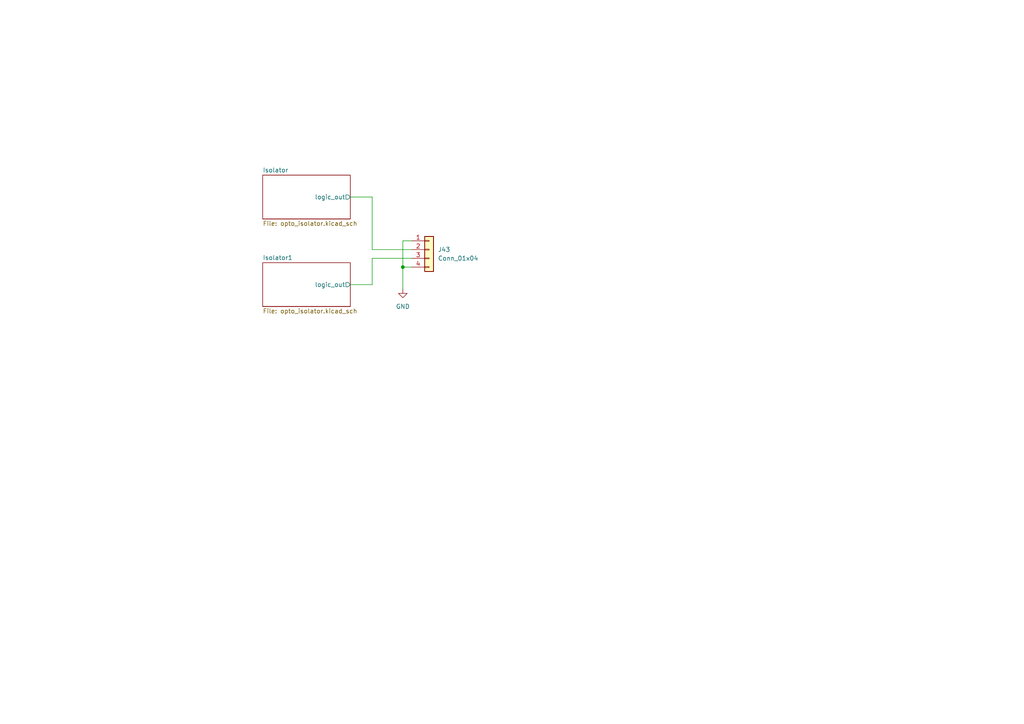
<source format=kicad_sch>
(kicad_sch (version 20211123) (generator eeschema)
  (paper "A4")
  (lib_symbols
    (symbol "Connector_Generic:Conn_01x04" (pin_names (offset 1.016) hide)
      (property "Reference" "J" (at 0 5.08 0))
      (property "Value" "Conn_01x04" (at 0 -7.62 0))
      (symbol "Conn_01x04_1_1"
        (rectangle (start -1.27 -4.953) (end 0 -5.207) (stroke (width 0.1524)))
        (rectangle (start -1.27 -2.413) (end 0 -2.667) (stroke (width 0.1524)))
        (rectangle (start -1.27 0.127) (end 0 -0.127) (stroke (width 0.1524)))
        (rectangle (start -1.27 2.667) (end 0 2.413) (stroke (width 0.1524)))
        (rectangle (start -1.27 3.81) (end 1.27 -6.35) (stroke (width 0.254)) (fill (type background)))
        (pin passive line (at -5.08 2.54 0) (length 3.81) (name "Pin_1") (number "1"))
        (pin passive line (at -5.08 0 0) (length 3.81) (name "Pin_2") (number "2"))
        (pin passive line (at -5.08 -2.54 0) (length 3.81) (name "Pin_3") (number "3"))
        (pin passive line (at -5.08 -5.08 0) (length 3.81) (name "Pin_4") (number "4"))
      )
    )
    (symbol "power:GND" (power) (pin_names (offset 0))
      (property "Value" "GND" (at 0 -3.81 0))
      (symbol "GND_0_1"
        (polyline (pts (xy 0 0) (xy 0 -1.27) (xy 1.27 -1.27) (xy 0 -2.54) (xy -1.27 -1.27) (xy 0 -1.27)))
      )
      (symbol "GND_1_1"
        (pin power_in line (at 0 0 270) (length 0) hide (name "GND") (number "1"))
      )
    )
  )
  (junction (at 116.84 77.47))
  (wire (pts (xy 116.84 77.47) (xy 116.84 69.85)))
  (wire (pts (xy 107.95 57.15) (xy 107.95 72.39)))
  (wire (pts (xy 119.38 77.47) (xy 116.84 77.47)))
  (wire (pts (xy 119.38 74.93) (xy 107.95 74.93)))
  (wire (pts (xy 107.95 82.55) (xy 101.6 82.55)))
  (wire (pts (xy 116.84 69.85) (xy 119.38 69.85)))
  (wire (pts (xy 107.95 72.39) (xy 119.38 72.39)))
  (wire (pts (xy 116.84 83.82) (xy 116.84 77.47)))
  (wire (pts (xy 101.6 57.15) (xy 107.95 57.15)))
  (wire (pts (xy 107.95 74.93) (xy 107.95 82.55)))
  (symbol (lib_id "Connector_Generic:Conn_01x04") (at 124.46 72.39 0) (unit 1)
    (property "Reference" "J43" (at 127 72.3899 0) (effects (justify left)))
    (property "Value" "Conn_01x04" (at 127 74.9299 0) (effects (justify left)))
    (property "Footprint" "Connector_PinHeader_2.54mm:PinHeader_1x04_P2.54mm_Vertical" (effects hide))
  )
  (symbol (lib_id "power:GND") (at 116.84 83.82 0) (unit 1)
    (property "Reference" "#PWR0289" (effects hide))
    (property "Value" "GND" (at 116.84 88.9 0))
  )
  (sheet (at 76.2 76.2) (size 25.4 12.7) (stroke (width 0.1524))
    (property "Sheet name" "Isolator1" (at 76.2 75.4884 0) (effects (justify left bottom)))
    (property "Sheet file" "opto_isolator.kicad_sch" (at 76.2 89.4846 0) (effects (justify left top)))
    (pin "logic_out" output (at 101.6 82.55 0))
  )
  (sheet (at 76.2 50.8) (size 25.4 12.7) (stroke (width 0.1524))
    (property "Sheet name" "Isolator" (at 76.2 50.0884 0) (effects (justify left bottom)))
    (property "Sheet file" "opto_isolator.kicad_sch" (at 76.2 64.0846 0) (effects (justify left top)))
    (pin "logic_out" output (at 101.6 57.15 0))
  )
)
</source>
